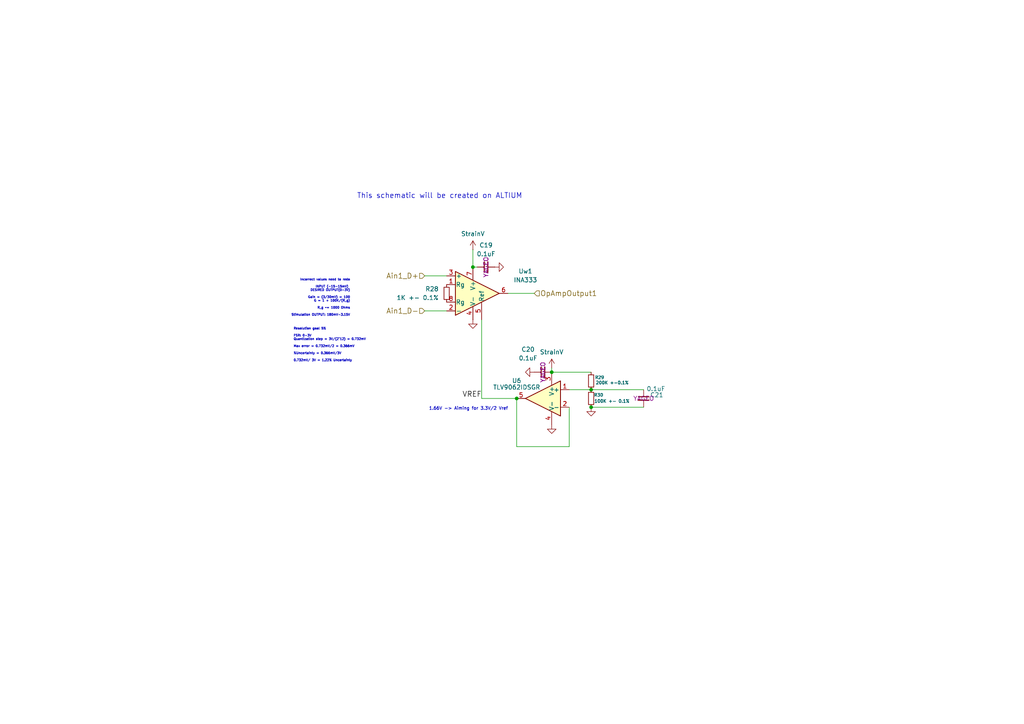
<source format=kicad_sch>
(kicad_sch
	(version 20250114)
	(generator "eeschema")
	(generator_version "9.0")
	(uuid "3618ac50-3dd9-4787-8423-f4bcf6659e95")
	(paper "A4")
	(lib_symbols
		(symbol "Device:C_Small"
			(pin_numbers
				(hide yes)
			)
			(pin_names
				(offset 0.254)
				(hide yes)
			)
			(exclude_from_sim no)
			(in_bom yes)
			(on_board yes)
			(property "Reference" "C"
				(at 0.254 1.778 0)
				(effects
					(font
						(size 1.27 1.27)
					)
					(justify left)
				)
			)
			(property "Value" "C_Small"
				(at 0.254 -2.032 0)
				(effects
					(font
						(size 1.27 1.27)
					)
					(justify left)
				)
			)
			(property "Footprint" ""
				(at 0 0 0)
				(effects
					(font
						(size 1.27 1.27)
					)
					(hide yes)
				)
			)
			(property "Datasheet" "~"
				(at 0 0 0)
				(effects
					(font
						(size 1.27 1.27)
					)
					(hide yes)
				)
			)
			(property "Description" "Unpolarized capacitor, small symbol"
				(at 0 0 0)
				(effects
					(font
						(size 1.27 1.27)
					)
					(hide yes)
				)
			)
			(property "ki_keywords" "capacitor cap"
				(at 0 0 0)
				(effects
					(font
						(size 1.27 1.27)
					)
					(hide yes)
				)
			)
			(property "ki_fp_filters" "C_*"
				(at 0 0 0)
				(effects
					(font
						(size 1.27 1.27)
					)
					(hide yes)
				)
			)
			(symbol "C_Small_0_1"
				(polyline
					(pts
						(xy -1.524 0.508) (xy 1.524 0.508)
					)
					(stroke
						(width 0.3048)
						(type default)
					)
					(fill
						(type none)
					)
				)
				(polyline
					(pts
						(xy -1.524 -0.508) (xy 1.524 -0.508)
					)
					(stroke
						(width 0.3302)
						(type default)
					)
					(fill
						(type none)
					)
				)
			)
			(symbol "C_Small_1_1"
				(pin passive line
					(at 0 2.54 270)
					(length 2.032)
					(name "~"
						(effects
							(font
								(size 1.27 1.27)
							)
						)
					)
					(number "1"
						(effects
							(font
								(size 1.27 1.27)
							)
						)
					)
				)
				(pin passive line
					(at 0 -2.54 90)
					(length 2.032)
					(name "~"
						(effects
							(font
								(size 1.27 1.27)
							)
						)
					)
					(number "2"
						(effects
							(font
								(size 1.27 1.27)
							)
						)
					)
				)
			)
			(embedded_fonts no)
		)
		(symbol "Device:R_Small"
			(pin_numbers
				(hide yes)
			)
			(pin_names
				(offset 0.254)
				(hide yes)
			)
			(exclude_from_sim no)
			(in_bom yes)
			(on_board yes)
			(property "Reference" "R"
				(at 0.762 0.508 0)
				(effects
					(font
						(size 1.27 1.27)
					)
					(justify left)
				)
			)
			(property "Value" "R_Small"
				(at 0.762 -1.016 0)
				(effects
					(font
						(size 1.27 1.27)
					)
					(justify left)
				)
			)
			(property "Footprint" ""
				(at 0 0 0)
				(effects
					(font
						(size 1.27 1.27)
					)
					(hide yes)
				)
			)
			(property "Datasheet" "~"
				(at 0 0 0)
				(effects
					(font
						(size 1.27 1.27)
					)
					(hide yes)
				)
			)
			(property "Description" "Resistor, small symbol"
				(at 0 0 0)
				(effects
					(font
						(size 1.27 1.27)
					)
					(hide yes)
				)
			)
			(property "ki_keywords" "R resistor"
				(at 0 0 0)
				(effects
					(font
						(size 1.27 1.27)
					)
					(hide yes)
				)
			)
			(property "ki_fp_filters" "R_*"
				(at 0 0 0)
				(effects
					(font
						(size 1.27 1.27)
					)
					(hide yes)
				)
			)
			(symbol "R_Small_0_1"
				(rectangle
					(start -0.762 1.778)
					(end 0.762 -1.778)
					(stroke
						(width 0.2032)
						(type default)
					)
					(fill
						(type none)
					)
				)
			)
			(symbol "R_Small_1_1"
				(pin passive line
					(at 0 2.54 270)
					(length 0.762)
					(name "~"
						(effects
							(font
								(size 1.27 1.27)
							)
						)
					)
					(number "1"
						(effects
							(font
								(size 1.27 1.27)
							)
						)
					)
				)
				(pin passive line
					(at 0 -2.54 90)
					(length 0.762)
					(name "~"
						(effects
							(font
								(size 1.27 1.27)
							)
						)
					)
					(number "2"
						(effects
							(font
								(size 1.27 1.27)
							)
						)
					)
				)
			)
			(embedded_fonts no)
		)
		(symbol "INA317:INA333xxDGK"
			(pin_names
				(offset 0.127)
			)
			(exclude_from_sim no)
			(in_bom yes)
			(on_board yes)
			(property "Reference" "U"
				(at 3.81 3.175 0)
				(effects
					(font
						(size 1.27 1.27)
					)
					(justify left)
				)
			)
			(property "Value" "INA317xxDGK"
				(at 3.81 -3.175 0)
				(effects
					(font
						(size 1.27 1.27)
					)
					(justify left)
				)
			)
			(property "Footprint" "Package_SO:VSSOP-8_3x3mm_P0.65mm"
				(at 0 -7.62 0)
				(effects
					(font
						(size 1.27 1.27)
					)
					(hide yes)
				)
			)
			(property "Datasheet" "https://www.ti.com/lit/ds/symlink/ina333.pdf"
				(at 2.54 0 0)
				(effects
					(font
						(size 1.27 1.27)
					)
					(hide yes)
				)
			)
			(property "Description" "Zero Drift, Micropower Instrumentation Amplifier G = 1 + 100kOhm/Rg, VSSOP-8"
				(at 0 0 0)
				(effects
					(font
						(size 1.27 1.27)
					)
					(hide yes)
				)
			)
			(property "ki_keywords" "instrumentation opamp amplifier"
				(at 0 0 0)
				(effects
					(font
						(size 1.27 1.27)
					)
					(hide yes)
				)
			)
			(property "ki_fp_filters" "VSSOP*3x3mm*P0.65mm*"
				(at 0 0 0)
				(effects
					(font
						(size 1.27 1.27)
					)
					(hide yes)
				)
			)
			(symbol "INA333xxDGK_0_1"
				(polyline
					(pts
						(xy 7.62 0) (xy -5.08 6.35) (xy -5.08 -6.35) (xy 7.62 0)
					)
					(stroke
						(width 0.254)
						(type default)
					)
					(fill
						(type background)
					)
				)
			)
			(symbol "INA333xxDGK_1_1"
				(pin input line
					(at -7.62 5.08 0)
					(length 2.54)
					(name "+"
						(effects
							(font
								(size 1.27 1.27)
							)
						)
					)
					(number "3"
						(effects
							(font
								(size 1.27 1.27)
							)
						)
					)
				)
				(pin passive line
					(at -7.62 2.54 0)
					(length 2.54)
					(name "Rg"
						(effects
							(font
								(size 1.27 1.27)
							)
						)
					)
					(number "1"
						(effects
							(font
								(size 1.27 1.27)
							)
						)
					)
				)
				(pin passive line
					(at -7.62 -2.54 0)
					(length 2.54)
					(name "Rg"
						(effects
							(font
								(size 1.27 1.27)
							)
						)
					)
					(number "8"
						(effects
							(font
								(size 1.27 1.27)
							)
						)
					)
				)
				(pin input line
					(at -7.62 -5.08 0)
					(length 2.54)
					(name "-"
						(effects
							(font
								(size 1.27 1.27)
							)
						)
					)
					(number "2"
						(effects
							(font
								(size 1.27 1.27)
							)
						)
					)
				)
				(pin power_in line
					(at 0 7.62 270)
					(length 3.81)
					(name "V+"
						(effects
							(font
								(size 1.27 1.27)
							)
						)
					)
					(number "7"
						(effects
							(font
								(size 1.27 1.27)
							)
						)
					)
				)
				(pin power_in line
					(at 0 -7.62 90)
					(length 3.81)
					(name "V-"
						(effects
							(font
								(size 1.27 1.27)
							)
						)
					)
					(number "4"
						(effects
							(font
								(size 1.27 1.27)
							)
						)
					)
				)
				(pin input line
					(at 2.54 -7.62 90)
					(length 5.08)
					(name "Ref"
						(effects
							(font
								(size 1.27 1.27)
							)
						)
					)
					(number "5"
						(effects
							(font
								(size 1.27 1.27)
							)
						)
					)
				)
				(pin output line
					(at 10.16 0 180)
					(length 2.54)
					(name "~"
						(effects
							(font
								(size 1.27 1.27)
							)
						)
					)
					(number "6"
						(effects
							(font
								(size 1.27 1.27)
							)
						)
					)
				)
			)
			(embedded_fonts no)
		)
		(symbol "Simulation_SPICE:OPAMP"
			(pin_names
				(offset 0.254)
			)
			(exclude_from_sim no)
			(in_bom yes)
			(on_board yes)
			(property "Reference" "U"
				(at 3.81 3.175 0)
				(effects
					(font
						(size 1.27 1.27)
					)
					(justify left)
				)
			)
			(property "Value" "${SIM.PARAMS}"
				(at 3.81 -3.175 0)
				(effects
					(font
						(size 1.27 1.27)
					)
					(justify left)
				)
			)
			(property "Footprint" ""
				(at 0 0 0)
				(effects
					(font
						(size 1.27 1.27)
					)
					(hide yes)
				)
			)
			(property "Datasheet" "https://ngspice.sourceforge.io/docs/ngspice-html-manual/manual.xhtml#sec__SUBCKT_Subcircuits"
				(at 0 0 0)
				(effects
					(font
						(size 1.27 1.27)
					)
					(hide yes)
				)
			)
			(property "Description" "Operational amplifier, single"
				(at 0 0 0)
				(effects
					(font
						(size 1.27 1.27)
					)
					(hide yes)
				)
			)
			(property "Sim.Pins" "1=in+ 2=in- 3=vcc 4=vee 5=out"
				(at 0 0 0)
				(effects
					(font
						(size 1.27 1.27)
					)
					(hide yes)
				)
			)
			(property "Sim.Device" "SUBCKT"
				(at 0 0 0)
				(effects
					(font
						(size 1.27 1.27)
					)
					(justify left)
					(hide yes)
				)
			)
			(property "Sim.Library" "${KICAD8_SYMBOL_DIR}/Simulation_SPICE.sp"
				(at 0 0 0)
				(effects
					(font
						(size 1.27 1.27)
					)
					(hide yes)
				)
			)
			(property "Sim.Name" "kicad_builtin_opamp"
				(at 0 0 0)
				(effects
					(font
						(size 1.27 1.27)
					)
					(hide yes)
				)
			)
			(property "ki_keywords" "simulation"
				(at 0 0 0)
				(effects
					(font
						(size 1.27 1.27)
					)
					(hide yes)
				)
			)
			(symbol "OPAMP_0_1"
				(polyline
					(pts
						(xy 5.08 0) (xy -5.08 5.08) (xy -5.08 -5.08) (xy 5.08 0)
					)
					(stroke
						(width 0.254)
						(type default)
					)
					(fill
						(type background)
					)
				)
			)
			(symbol "OPAMP_1_1"
				(pin input line
					(at -7.62 2.54 0)
					(length 2.54)
					(name "+"
						(effects
							(font
								(size 1.27 1.27)
							)
						)
					)
					(number "1"
						(effects
							(font
								(size 1.27 1.27)
							)
						)
					)
				)
				(pin input line
					(at -7.62 -2.54 0)
					(length 2.54)
					(name "-"
						(effects
							(font
								(size 1.27 1.27)
							)
						)
					)
					(number "2"
						(effects
							(font
								(size 1.27 1.27)
							)
						)
					)
				)
				(pin power_in line
					(at -2.54 7.62 270)
					(length 3.81)
					(name "V+"
						(effects
							(font
								(size 1.27 1.27)
							)
						)
					)
					(number "3"
						(effects
							(font
								(size 1.27 1.27)
							)
						)
					)
				)
				(pin power_in line
					(at -2.54 -7.62 90)
					(length 3.81)
					(name "V-"
						(effects
							(font
								(size 1.27 1.27)
							)
						)
					)
					(number "4"
						(effects
							(font
								(size 1.27 1.27)
							)
						)
					)
				)
				(pin output line
					(at 7.62 0 180)
					(length 2.54)
					(name "~"
						(effects
							(font
								(size 1.27 1.27)
							)
						)
					)
					(number "5"
						(effects
							(font
								(size 1.27 1.27)
							)
						)
					)
				)
			)
			(embedded_fonts no)
		)
		(symbol "power:+12L"
			(power)
			(pin_numbers
				(hide yes)
			)
			(pin_names
				(offset 0)
				(hide yes)
			)
			(exclude_from_sim no)
			(in_bom yes)
			(on_board yes)
			(property "Reference" "#PWR02"
				(at 0 -3.81 0)
				(effects
					(font
						(size 1.27 1.27)
					)
					(hide yes)
				)
			)
			(property "Value" "StrainV"
				(at 0 5.08 0)
				(effects
					(font
						(size 1.27 1.27)
					)
				)
			)
			(property "Footprint" ""
				(at 0 0 0)
				(effects
					(font
						(size 1.27 1.27)
					)
					(hide yes)
				)
			)
			(property "Datasheet" ""
				(at 0 0 0)
				(effects
					(font
						(size 1.27 1.27)
					)
					(hide yes)
				)
			)
			(property "Description" "Power symbol creates a global label with name \"+12L\""
				(at 0 0 0)
				(effects
					(font
						(size 1.27 1.27)
					)
					(hide yes)
				)
			)
			(property "ki_keywords" "global power"
				(at 0 0 0)
				(effects
					(font
						(size 1.27 1.27)
					)
					(hide yes)
				)
			)
			(symbol "+12L_0_1"
				(polyline
					(pts
						(xy -0.762 1.27) (xy 0 2.54)
					)
					(stroke
						(width 0)
						(type default)
					)
					(fill
						(type none)
					)
				)
				(polyline
					(pts
						(xy 0 2.54) (xy 0.762 1.27)
					)
					(stroke
						(width 0)
						(type default)
					)
					(fill
						(type none)
					)
				)
				(polyline
					(pts
						(xy 0 0) (xy 0 2.54)
					)
					(stroke
						(width 0)
						(type default)
					)
					(fill
						(type none)
					)
				)
			)
			(symbol "+12L_1_1"
				(pin power_out line
					(at 0 0 90)
					(length 0)
					(name "~"
						(effects
							(font
								(size 1.27 1.27)
							)
						)
					)
					(number "1"
						(effects
							(font
								(size 1.27 1.27)
							)
						)
					)
				)
			)
			(embedded_fonts no)
		)
		(symbol "power:GND"
			(power)
			(pin_numbers
				(hide yes)
			)
			(pin_names
				(offset 0)
				(hide yes)
			)
			(exclude_from_sim no)
			(in_bom yes)
			(on_board yes)
			(property "Reference" "#PWR"
				(at 0 -6.35 0)
				(effects
					(font
						(size 1.27 1.27)
					)
					(hide yes)
				)
			)
			(property "Value" "GND"
				(at 0 -3.81 0)
				(effects
					(font
						(size 1.27 1.27)
					)
				)
			)
			(property "Footprint" ""
				(at 0 0 0)
				(effects
					(font
						(size 1.27 1.27)
					)
					(hide yes)
				)
			)
			(property "Datasheet" ""
				(at 0 0 0)
				(effects
					(font
						(size 1.27 1.27)
					)
					(hide yes)
				)
			)
			(property "Description" "Power symbol creates a global label with name \"GND\" , ground"
				(at 0 0 0)
				(effects
					(font
						(size 1.27 1.27)
					)
					(hide yes)
				)
			)
			(property "ki_keywords" "global power"
				(at 0 0 0)
				(effects
					(font
						(size 1.27 1.27)
					)
					(hide yes)
				)
			)
			(symbol "GND_0_1"
				(polyline
					(pts
						(xy 0 0) (xy 0 -1.27) (xy 1.27 -1.27) (xy 0 -2.54) (xy -1.27 -1.27) (xy 0 -1.27)
					)
					(stroke
						(width 0)
						(type default)
					)
					(fill
						(type none)
					)
				)
			)
			(symbol "GND_1_1"
				(pin power_in line
					(at 0 0 270)
					(length 0)
					(name "~"
						(effects
							(font
								(size 1.27 1.27)
							)
						)
					)
					(number "1"
						(effects
							(font
								(size 1.27 1.27)
							)
						)
					)
				)
			)
			(embedded_fonts no)
		)
	)
	(text "Resolution goal 5%\n\nFSR: 0-3V\nQuantization step = 3V/(2^12) = 0.732mV\n\nMax error = 0.732mV/2 = 0.366mV\n\n%Uncertainty = 0.366mV/3V\n\n0.732mV/ 3V = 1.22% Uncertainty\n\n\n\n"
		(exclude_from_sim no)
		(at 85.09 101.6 0)
		(effects
			(font
				(size 0.635 0.635)
			)
			(justify left)
		)
		(uuid "11360541-8b6a-4769-92fe-12b4ba241c73")
	)
	(text "This schematic will be created on ALTIUM"
		(exclude_from_sim no)
		(at 127.508 56.896 0)
		(effects
			(font
				(size 1.4986 1.4986)
			)
		)
		(uuid "15311a66-f708-4799-b8cd-d4db70314280")
	)
	(text "1.66V -> Aiming for 3.3V/2 Vref"
		(exclude_from_sim no)
		(at 135.89 118.618 0)
		(effects
			(font
				(size 0.889 0.889)
			)
		)
		(uuid "407aa818-214a-48d3-8283-2d1cedcd400a")
	)
	(text "Incorrect values need to redo\n\nINPUT (-15-15mV) \nDESIRED OUTPUT(0-3V)\n\nGain = (3/30mV) = 100\nG = 1 + 100K/(R_g)\n\nR_g ~= 1000 Ohms\n\nStimulation OUTPUT: 180mV-3.15V"
		(exclude_from_sim no)
		(at 101.6 86.36 0)
		(effects
			(font
				(size 0.635 0.635)
			)
			(justify right)
		)
		(uuid "72caba9e-1295-4a46-a71d-080ddd19b88c")
	)
	(junction
		(at 137.16 77.47)
		(diameter 0)
		(color 0 0 0 0)
		(uuid "47da122b-1151-4c0b-8fed-bd2b576ba7cd")
	)
	(junction
		(at 160.02 107.95)
		(diameter 0)
		(color 0 0 0 0)
		(uuid "8fcddc80-cda8-47eb-bdad-726542fa8db0")
	)
	(junction
		(at 171.45 113.03)
		(diameter 0)
		(color 0 0 0 0)
		(uuid "b00d5a03-7d06-49eb-8d52-d60617d7f00a")
	)
	(junction
		(at 171.45 118.11)
		(diameter 0)
		(color 0 0 0 0)
		(uuid "b8d95db4-0f69-473c-a210-3b1291965795")
	)
	(junction
		(at 149.86 115.57)
		(diameter 0)
		(color 0 0 0 0)
		(uuid "bffdc2a0-804c-4ddd-a584-6e06e0907237")
	)
	(wire
		(pts
			(xy 147.32 85.09) (xy 154.94 85.09)
		)
		(stroke
			(width 0)
			(type default)
		)
		(uuid "35d3df87-e1f7-4f27-a1d7-bb050e69bbc0")
	)
	(wire
		(pts
			(xy 171.45 113.03) (xy 186.69 113.03)
		)
		(stroke
			(width 0)
			(type default)
		)
		(uuid "406396d3-f273-4ccb-9184-cef7c9243ad6")
	)
	(wire
		(pts
			(xy 165.1 129.54) (xy 149.86 129.54)
		)
		(stroke
			(width 0)
			(type default)
		)
		(uuid "41c21eab-b475-4841-9898-9b7f9fffc25d")
	)
	(wire
		(pts
			(xy 149.86 129.54) (xy 149.86 115.57)
		)
		(stroke
			(width 0)
			(type default)
		)
		(uuid "6b97430a-682d-4657-aa43-653a3248094c")
	)
	(wire
		(pts
			(xy 137.16 72.39) (xy 137.16 77.47)
		)
		(stroke
			(width 0)
			(type default)
		)
		(uuid "7b87adfe-c7ae-4eff-b5bb-c5744ae819ab")
	)
	(wire
		(pts
			(xy 160.02 106.68) (xy 160.02 107.95)
		)
		(stroke
			(width 0)
			(type default)
		)
		(uuid "8b47c3d1-1dfe-4b9a-abf1-708b338d0ce9")
	)
	(wire
		(pts
			(xy 165.1 118.11) (xy 165.1 129.54)
		)
		(stroke
			(width 0)
			(type default)
		)
		(uuid "8ba47576-b11a-455f-b102-db5ebd707ca8")
	)
	(wire
		(pts
			(xy 139.7 92.71) (xy 139.7 115.57)
		)
		(stroke
			(width 0)
			(type default)
		)
		(uuid "8f6a5b89-63c9-44c3-addb-f83ccf1e5cbd")
	)
	(wire
		(pts
			(xy 186.69 118.11) (xy 171.45 118.11)
		)
		(stroke
			(width 0)
			(type default)
		)
		(uuid "ab02398d-8bd4-4f82-9856-fa183384c659")
	)
	(wire
		(pts
			(xy 123.19 90.17) (xy 129.54 90.17)
		)
		(stroke
			(width 0)
			(type default)
		)
		(uuid "d47ba471-2028-42cc-bede-e73a94011314")
	)
	(wire
		(pts
			(xy 171.45 107.95) (xy 160.02 107.95)
		)
		(stroke
			(width 0)
			(type default)
		)
		(uuid "d7690009-19ac-4d4a-8d3f-a7b28ccddc52")
	)
	(wire
		(pts
			(xy 123.19 80.01) (xy 129.54 80.01)
		)
		(stroke
			(width 0)
			(type default)
		)
		(uuid "db9fd987-a5ef-4fc9-a049-c5cc57a92b5e")
	)
	(wire
		(pts
			(xy 138.43 77.47) (xy 137.16 77.47)
		)
		(stroke
			(width 0)
			(type default)
		)
		(uuid "dc300e99-606f-4379-869e-b7e62cc58b0d")
	)
	(wire
		(pts
			(xy 139.7 115.57) (xy 149.86 115.57)
		)
		(stroke
			(width 0)
			(type default)
		)
		(uuid "e7c9835e-4648-4633-8a94-da24a31f58c7")
	)
	(wire
		(pts
			(xy 171.45 113.03) (xy 165.1 113.03)
		)
		(stroke
			(width 0)
			(type default)
		)
		(uuid "f2955fe7-e4ac-4da3-a947-24d066bcb079")
	)
	(label "VREF"
		(at 139.7 115.57 180)
		(effects
			(font
				(size 1.4986 1.4986)
			)
			(justify right bottom)
		)
		(uuid "70df8545-16ed-46c0-88de-4c3ff44bb04b")
	)
	(hierarchical_label "Ain1_D-"
		(shape input)
		(at 123.19 90.17 180)
		(effects
			(font
				(size 1.4986 1.4986)
			)
			(justify right)
		)
		(uuid "74b8ec38-5ccd-46ba-8993-2b165968668c")
	)
	(hierarchical_label "Ain1_D+"
		(shape input)
		(at 123.19 80.01 180)
		(effects
			(font
				(size 1.4986 1.4986)
			)
			(justify right)
		)
		(uuid "946c7d99-8dab-4edf-bd79-548c7de6c7d2")
	)
	(hierarchical_label "OpAmpOutput1"
		(shape input)
		(at 154.94 85.09 0)
		(effects
			(font
				(size 1.4986 1.4986)
			)
			(justify left)
		)
		(uuid "bdea7114-4e1c-40a3-aaf9-c19df49761d5")
	)
	(symbol
		(lib_id "power:+12L")
		(at 137.16 72.39 0)
		(unit 1)
		(exclude_from_sim no)
		(in_bom yes)
		(on_board no)
		(dnp no)
		(uuid "025b37f0-cb89-4cb7-a003-3e12476cb392")
		(property "Reference" "#PWR068"
			(at 137.16 76.2 0)
			(effects
				(font
					(size 1.27 1.27)
				)
				(hide yes)
			)
		)
		(property "Value" "StrainV"
			(at 137.16 67.818 0)
			(effects
				(font
					(size 1.27 1.27)
				)
			)
		)
		(property "Footprint" ""
			(at 137.16 72.39 0)
			(effects
				(font
					(size 1.27 1.27)
				)
				(hide yes)
			)
		)
		(property "Datasheet" ""
			(at 137.16 72.39 0)
			(effects
				(font
					(size 1.27 1.27)
				)
				(hide yes)
			)
		)
		(property "Description" "Power symbol creates a global label with name \"+12L\""
			(at 137.16 72.39 0)
			(effects
				(font
					(size 1.27 1.27)
				)
				(hide yes)
			)
		)
		(pin "1"
			(uuid "ce11c749-8e09-4b4e-a643-d9cf964fd8d5")
		)
		(instances
			(project "Revision01"
				(path "/955cc99e-a129-42cf-abc7-aa99813fdb5f/00000000-0000-0000-0000-00005eb1de63/14eb51a3-67a8-4f4f-b7c1-d030be0d073f"
					(reference "#PWR068")
					(unit 1)
				)
			)
		)
	)
	(symbol
		(lib_id "Device:R_Small")
		(at 171.45 115.57 0)
		(mirror y)
		(unit 1)
		(exclude_from_sim no)
		(in_bom yes)
		(on_board no)
		(dnp no)
		(uuid "5d80c206-6ccc-4383-8034-d28474724e60")
		(property "Reference" "R30"
			(at 175.006 114.554 0)
			(effects
				(font
					(size 0.889 0.889)
				)
				(justify left)
			)
		)
		(property "Value" "100K +- 0.1%"
			(at 182.626 116.332 0)
			(effects
				(font
					(size 0.889 0.889)
				)
				(justify left)
			)
		)
		(property "Footprint" "Resistor_SMD:R_0603_1608Metric_Pad0.98x0.95mm_HandSolder"
			(at 171.45 115.57 0)
			(effects
				(font
					(size 1.27 1.27)
				)
				(hide yes)
			)
		)
		(property "Datasheet" "~"
			(at 171.45 115.57 0)
			(effects
				(font
					(size 1.27 1.27)
				)
				(hide yes)
			)
		)
		(property "Description" "Resistor, small symbol"
			(at 171.45 115.57 0)
			(effects
				(font
					(size 1.27 1.27)
				)
				(hide yes)
			)
		)
		(property "Distributor link" "https://www.mouser.ca/ProductDetail/Susumu/RG1608P-104-B-T5?qs=juJhw1yPxAGWJpMRs%252BTSdw%3D%3D"
			(at 171.45 115.57 0)
			(effects
				(font
					(size 1.27 1.27)
				)
				(hide yes)
			)
		)
		(property "Manufacturer Part Number" "RG1608P-104-B-T5"
			(at 171.45 115.57 0)
			(effects
				(font
					(size 1.27 1.27)
				)
				(hide yes)
			)
		)
		(property "Price per unit" "0.119"
			(at 171.45 115.57 0)
			(effects
				(font
					(size 1.27 1.27)
				)
				(hide yes)
			)
		)
		(pin "2"
			(uuid "e62aa832-8a8e-4e15-b04f-d7c20f77bc8e")
		)
		(pin "1"
			(uuid "2b6cb2b7-0648-4c34-8068-a2520b4bd755")
		)
		(instances
			(project "Revision01"
				(path "/955cc99e-a129-42cf-abc7-aa99813fdb5f/00000000-0000-0000-0000-00005eb1de63/14eb51a3-67a8-4f4f-b7c1-d030be0d073f"
					(reference "R30")
					(unit 1)
				)
			)
		)
	)
	(symbol
		(lib_id "power:+12L")
		(at 160.02 106.68 0)
		(mirror y)
		(unit 1)
		(exclude_from_sim no)
		(in_bom yes)
		(on_board no)
		(dnp no)
		(uuid "6476de2d-2b71-4b6f-98ec-333fe3e57b18")
		(property "Reference" "#PWR072"
			(at 160.02 110.49 0)
			(effects
				(font
					(size 1.27 1.27)
				)
				(hide yes)
			)
		)
		(property "Value" "StrainV"
			(at 160.02 102.108 0)
			(effects
				(font
					(size 1.27 1.27)
				)
			)
		)
		(property "Footprint" ""
			(at 160.02 106.68 0)
			(effects
				(font
					(size 1.27 1.27)
				)
				(hide yes)
			)
		)
		(property "Datasheet" ""
			(at 160.02 106.68 0)
			(effects
				(font
					(size 1.27 1.27)
				)
				(hide yes)
			)
		)
		(property "Description" "Power symbol creates a global label with name \"+12L\""
			(at 160.02 106.68 0)
			(effects
				(font
					(size 1.27 1.27)
				)
				(hide yes)
			)
		)
		(pin "1"
			(uuid "689e61dc-2d6d-40a7-9760-068eb7224923")
		)
		(instances
			(project "Revision01"
				(path "/955cc99e-a129-42cf-abc7-aa99813fdb5f/00000000-0000-0000-0000-00005eb1de63/14eb51a3-67a8-4f4f-b7c1-d030be0d073f"
					(reference "#PWR072")
					(unit 1)
				)
			)
		)
	)
	(symbol
		(lib_id "Device:C_Small")
		(at 186.69 115.57 0)
		(unit 1)
		(exclude_from_sim no)
		(in_bom yes)
		(on_board no)
		(dnp no)
		(uuid "6969c0b8-0fcf-4241-83b4-a6f870657469")
		(property "Reference" "C21"
			(at 190.5 114.554 0)
			(effects
				(font
					(size 1.27 1.27)
				)
			)
		)
		(property "Value" "0.1uF"
			(at 190.246 112.776 0)
			(effects
				(font
					(size 1.27 1.27)
				)
			)
		)
		(property "Footprint" "Capacitor_SMD:C_0805_2012Metric_Pad1.18x1.45mm_HandSolder"
			(at 186.69 115.57 0)
			(effects
				(font
					(size 1.27 1.27)
				)
				(hide yes)
			)
		)
		(property "Datasheet" "~"
			(at 186.69 115.57 0)
			(effects
				(font
					(size 1.27 1.27)
				)
				(hide yes)
			)
		)
		(property "Description" "Unpolarized capacitor, small symbol"
			(at 186.69 115.57 0)
			(effects
				(font
					(size 1.27 1.27)
				)
				(hide yes)
			)
		)
		(property "Distributor link" "https://www.digikey.ca/en/products/detail/yageo/CC0805JRNPO9BN250/5884044"
			(at 186.69 115.57 0)
			(effects
				(font
					(size 1.27 1.27)
				)
				(hide yes)
			)
		)
		(property "Manufacturer Part Number" "CC0805JRNPO9BN250"
			(at 186.69 115.57 0)
			(effects
				(font
					(size 1.27 1.27)
				)
				(hide yes)
			)
		)
		(property "Price per unit" "0.099"
			(at 186.69 115.57 0)
			(effects
				(font
					(size 1.27 1.27)
				)
				(hide yes)
			)
		)
		(property "Manufacturer" "YAGEO"
			(at 186.69 115.57 0)
			(effects
				(font
					(size 1.27 1.27)
				)
			)
		)
		(pin "2"
			(uuid "93c1c0f4-da6e-4d76-8be1-018a78c8e9c6")
		)
		(pin "1"
			(uuid "4476e23b-29f3-4628-9763-d512eb2a3ae5")
		)
		(instances
			(project "Revision01"
				(path "/955cc99e-a129-42cf-abc7-aa99813fdb5f/00000000-0000-0000-0000-00005eb1de63/14eb51a3-67a8-4f4f-b7c1-d030be0d073f"
					(reference "C21")
					(unit 1)
				)
			)
		)
	)
	(symbol
		(lib_id "power:GND")
		(at 137.16 92.71 0)
		(unit 1)
		(exclude_from_sim no)
		(in_bom yes)
		(on_board no)
		(dnp no)
		(fields_autoplaced yes)
		(uuid "8474d94b-76ba-47b7-b456-ef48face1763")
		(property "Reference" "#PWR069"
			(at 137.16 99.06 0)
			(effects
				(font
					(size 1.27 1.27)
				)
				(hide yes)
			)
		)
		(property "Value" "GND"
			(at 137.16 97.79 0)
			(effects
				(font
					(size 1.27 1.27)
				)
				(hide yes)
			)
		)
		(property "Footprint" ""
			(at 137.16 92.71 0)
			(effects
				(font
					(size 1.27 1.27)
				)
				(hide yes)
			)
		)
		(property "Datasheet" ""
			(at 137.16 92.71 0)
			(effects
				(font
					(size 1.27 1.27)
				)
				(hide yes)
			)
		)
		(property "Description" "Power symbol creates a global label with name \"GND\" , ground"
			(at 137.16 92.71 0)
			(effects
				(font
					(size 1.27 1.27)
				)
				(hide yes)
			)
		)
		(pin "1"
			(uuid "26355c75-6afa-456f-a705-35524cce6078")
		)
		(instances
			(project "Revision01"
				(path "/955cc99e-a129-42cf-abc7-aa99813fdb5f/00000000-0000-0000-0000-00005eb1de63/14eb51a3-67a8-4f4f-b7c1-d030be0d073f"
					(reference "#PWR069")
					(unit 1)
				)
			)
		)
	)
	(symbol
		(lib_id "Device:C_Small")
		(at 140.97 77.47 90)
		(unit 1)
		(exclude_from_sim no)
		(in_bom yes)
		(on_board no)
		(dnp no)
		(fields_autoplaced yes)
		(uuid "8a25eda6-9ae7-4a0d-b0f9-7210124e423a")
		(property "Reference" "C19"
			(at 140.9763 71.12 90)
			(effects
				(font
					(size 1.27 1.27)
				)
			)
		)
		(property "Value" "0.1uF"
			(at 140.9763 73.66 90)
			(effects
				(font
					(size 1.27 1.27)
				)
			)
		)
		(property "Footprint" "Capacitor_SMD:C_0805_2012Metric_Pad1.18x1.45mm_HandSolder"
			(at 140.97 77.47 0)
			(effects
				(font
					(size 1.27 1.27)
				)
				(hide yes)
			)
		)
		(property "Datasheet" "~"
			(at 140.97 77.47 0)
			(effects
				(font
					(size 1.27 1.27)
				)
				(hide yes)
			)
		)
		(property "Description" "Unpolarized capacitor, small symbol"
			(at 140.97 77.47 0)
			(effects
				(font
					(size 1.27 1.27)
				)
				(hide yes)
			)
		)
		(property "Distributor link" "https://www.digikey.ca/en/products/detail/yageo/CC0805JRNPO9BN250/5884044"
			(at 140.97 77.47 0)
			(effects
				(font
					(size 1.27 1.27)
				)
				(hide yes)
			)
		)
		(property "Manufacturer Part Number" "CC0805JRNPO9BN250"
			(at 140.97 77.47 0)
			(effects
				(font
					(size 1.27 1.27)
				)
				(hide yes)
			)
		)
		(property "Price per unit" "0.099"
			(at 140.97 77.47 0)
			(effects
				(font
					(size 1.27 1.27)
				)
				(hide yes)
			)
		)
		(property "Manufacturer" "YAGEO"
			(at 140.97 77.47 0)
			(effects
				(font
					(size 1.27 1.27)
				)
			)
		)
		(pin "2"
			(uuid "a39519d0-b9c1-442b-88f2-ba4b35cea011")
		)
		(pin "1"
			(uuid "7f8a82d7-f480-493c-a58c-d6470b3bf947")
		)
		(instances
			(project "Revision01"
				(path "/955cc99e-a129-42cf-abc7-aa99813fdb5f/00000000-0000-0000-0000-00005eb1de63/14eb51a3-67a8-4f4f-b7c1-d030be0d073f"
					(reference "C19")
					(unit 1)
				)
			)
		)
	)
	(symbol
		(lib_id "Device:C_Small")
		(at 157.48 107.95 90)
		(unit 1)
		(exclude_from_sim no)
		(in_bom yes)
		(on_board no)
		(dnp no)
		(uuid "9079ed9e-43e5-4cdd-a2c8-bed26b3ba419")
		(property "Reference" "C20"
			(at 153.162 101.346 90)
			(effects
				(font
					(size 1.27 1.27)
				)
			)
		)
		(property "Value" "0.1uF"
			(at 153.162 103.886 90)
			(effects
				(font
					(size 1.27 1.27)
				)
			)
		)
		(property "Footprint" "Capacitor_SMD:C_0805_2012Metric_Pad1.18x1.45mm_HandSolder"
			(at 157.48 107.95 0)
			(effects
				(font
					(size 1.27 1.27)
				)
				(hide yes)
			)
		)
		(property "Datasheet" "~"
			(at 157.48 107.95 0)
			(effects
				(font
					(size 1.27 1.27)
				)
				(hide yes)
			)
		)
		(property "Description" "Unpolarized capacitor, small symbol"
			(at 157.48 107.95 0)
			(effects
				(font
					(size 1.27 1.27)
				)
				(hide yes)
			)
		)
		(property "Distributor link" "https://www.digikey.ca/en/products/detail/yageo/CC0805JRNPO9BN250/5884044"
			(at 157.48 107.95 0)
			(effects
				(font
					(size 1.27 1.27)
				)
				(hide yes)
			)
		)
		(property "Manufacturer Part Number" "CC0805JRNPO9BN250"
			(at 157.48 107.95 0)
			(effects
				(font
					(size 1.27 1.27)
				)
				(hide yes)
			)
		)
		(property "Price per unit" "0.099"
			(at 157.48 107.95 0)
			(effects
				(font
					(size 1.27 1.27)
				)
				(hide yes)
			)
		)
		(property "Manufacturer" "YAGEO"
			(at 157.48 107.95 0)
			(effects
				(font
					(size 1.27 1.27)
				)
			)
		)
		(pin "2"
			(uuid "c780b351-0413-4ff0-9828-12fd786d94a5")
		)
		(pin "1"
			(uuid "472c6e7e-08bb-42b2-a6e8-28b711ba94fc")
		)
		(instances
			(project "Revision01"
				(path "/955cc99e-a129-42cf-abc7-aa99813fdb5f/00000000-0000-0000-0000-00005eb1de63/14eb51a3-67a8-4f4f-b7c1-d030be0d073f"
					(reference "C20")
					(unit 1)
				)
			)
		)
	)
	(symbol
		(lib_id "Device:R_Small")
		(at 129.54 85.09 0)
		(unit 1)
		(exclude_from_sim no)
		(in_bom yes)
		(on_board no)
		(dnp no)
		(uuid "95d05376-5b65-4543-b533-7ec50c5bfd57")
		(property "Reference" "R28"
			(at 127.254 83.82 0)
			(effects
				(font
					(size 1.27 1.27)
				)
				(justify right)
			)
		)
		(property "Value" "1K +- 0.1%"
			(at 127.254 86.36 0)
			(effects
				(font
					(size 1.27 1.27)
				)
				(justify right)
			)
		)
		(property "Footprint" ""
			(at 129.54 85.09 0)
			(effects
				(font
					(size 1.27 1.27)
				)
				(hide yes)
			)
		)
		(property "Datasheet" "~"
			(at 129.54 85.09 0)
			(effects
				(font
					(size 1.27 1.27)
				)
				(hide yes)
			)
		)
		(property "Description" "Resistor, small symbol"
			(at 129.54 85.09 0)
			(effects
				(font
					(size 1.27 1.27)
				)
				(hide yes)
			)
		)
		(property "Distributor link" ""
			(at 129.54 85.09 0)
			(effects
				(font
					(size 1.27 1.27)
				)
				(hide yes)
			)
		)
		(property "Manufacturer" ""
			(at 129.54 85.09 0)
			(effects
				(font
					(size 1.27 1.27)
				)
				(hide yes)
			)
		)
		(property "Manufacturer Part Number" ""
			(at 129.54 85.09 0)
			(effects
				(font
					(size 1.27 1.27)
				)
				(hide yes)
			)
		)
		(property "Price per unit" ""
			(at 129.54 85.09 0)
			(effects
				(font
					(size 1.27 1.27)
				)
				(hide yes)
			)
		)
		(pin "2"
			(uuid "c0062f8e-618e-482e-bb0c-ba1fc088e9a8")
		)
		(pin "1"
			(uuid "dbddba6f-fd41-4c24-88e5-b41bbfc2f674")
		)
		(instances
			(project "Revision01"
				(path "/955cc99e-a129-42cf-abc7-aa99813fdb5f/00000000-0000-0000-0000-00005eb1de63/14eb51a3-67a8-4f4f-b7c1-d030be0d073f"
					(reference "R28")
					(unit 1)
				)
			)
		)
	)
	(symbol
		(lib_id "Simulation_SPICE:OPAMP")
		(at 157.48 115.57 0)
		(mirror y)
		(unit 1)
		(exclude_from_sim no)
		(in_bom yes)
		(on_board no)
		(dnp no)
		(uuid "9b9b477d-57e7-4c8c-8e13-c579b723f46d")
		(property "Reference" "U6"
			(at 149.86 110.4198 0)
			(effects
				(font
					(size 1.27 1.27)
				)
			)
		)
		(property "Value" "TLV9062IDSGR"
			(at 149.86 112.3249 0)
			(effects
				(font
					(size 1.27 1.27)
				)
			)
		)
		(property "Footprint" ""
			(at 157.48 115.57 0)
			(effects
				(font
					(size 1.27 1.27)
				)
				(hide yes)
			)
		)
		(property "Datasheet" "https://ngspice.sourceforge.io/docs/ngspice-html-manual/manual.xhtml#sec__SUBCKT_Subcircuits"
			(at 157.48 115.57 0)
			(effects
				(font
					(size 1.27 1.27)
				)
				(hide yes)
			)
		)
		(property "Description" "Operational amplifier, single"
			(at 157.48 115.57 0)
			(effects
				(font
					(size 1.27 1.27)
				)
				(hide yes)
			)
		)
		(property "Sim.Pins" "1=in+ 2=in- 3=vcc 4=vee 5=out"
			(at 157.48 115.57 0)
			(effects
				(font
					(size 1.27 1.27)
				)
				(hide yes)
			)
		)
		(property "Sim.Device" "SUBCKT"
			(at 157.48 115.57 0)
			(effects
				(font
					(size 1.27 1.27)
				)
				(justify left)
				(hide yes)
			)
		)
		(property "Sim.Library" "${KICAD8_SYMBOL_DIR}/Simulation_SPICE.sp"
			(at 157.48 115.57 0)
			(effects
				(font
					(size 1.27 1.27)
				)
				(hide yes)
			)
		)
		(property "Sim.Name" "kicad_builtin_opamp"
			(at 157.48 115.57 0)
			(effects
				(font
					(size 1.27 1.27)
				)
				(hide yes)
			)
		)
		(property "Distributor link" "https://www.mouser.ca/ProductDetail/Texas-Instruments/TLV9062IDSGR?qs=5aG0NVq1C4xlH6vCPIp7gg%3D%3D"
			(at 157.48 115.57 0)
			(effects
				(font
					(size 1.27 1.27)
				)
				(hide yes)
			)
		)
		(property "Manufacturer Part Number" "TLV9062IDSGR"
			(at 157.48 115.57 0)
			(effects
				(font
					(size 1.27 1.27)
				)
				(hide yes)
			)
		)
		(property "Price per unit" "0.915"
			(at 157.48 115.57 0)
			(effects
				(font
					(size 1.27 1.27)
				)
				(hide yes)
			)
		)
		(pin "5"
			(uuid "cfd9cc34-2827-4358-a567-7e37c8d027a1")
		)
		(pin "2"
			(uuid "b826db59-de9a-45cd-8465-561f838792c5")
		)
		(pin "3"
			(uuid "dba3663a-0809-4e53-82b3-2851bd1c48eb")
		)
		(pin "1"
			(uuid "d32da57d-43a8-4249-9fa6-bd6978b2ea55")
		)
		(pin "4"
			(uuid "06bcf3e0-2ef3-428e-95f1-6e744563bb56")
		)
		(instances
			(project "Revision01"
				(path "/955cc99e-a129-42cf-abc7-aa99813fdb5f/00000000-0000-0000-0000-00005eb1de63/14eb51a3-67a8-4f4f-b7c1-d030be0d073f"
					(reference "U6")
					(unit 1)
				)
			)
		)
	)
	(symbol
		(lib_id "power:GND")
		(at 160.02 123.19 0)
		(unit 1)
		(exclude_from_sim no)
		(in_bom yes)
		(on_board no)
		(dnp no)
		(fields_autoplaced yes)
		(uuid "9bf66024-f831-4db3-8118-9a68ffc7ce25")
		(property "Reference" "#PWR073"
			(at 160.02 129.54 0)
			(effects
				(font
					(size 1.27 1.27)
				)
				(hide yes)
			)
		)
		(property "Value" "GND"
			(at 160.02 128.27 0)
			(effects
				(font
					(size 1.27 1.27)
				)
				(hide yes)
			)
		)
		(property "Footprint" ""
			(at 160.02 123.19 0)
			(effects
				(font
					(size 1.27 1.27)
				)
				(hide yes)
			)
		)
		(property "Datasheet" ""
			(at 160.02 123.19 0)
			(effects
				(font
					(size 1.27 1.27)
				)
				(hide yes)
			)
		)
		(property "Description" "Power symbol creates a global label with name \"GND\" , ground"
			(at 160.02 123.19 0)
			(effects
				(font
					(size 1.27 1.27)
				)
				(hide yes)
			)
		)
		(pin "1"
			(uuid "2b31529d-d931-4937-8846-6837a8ef1e65")
		)
		(instances
			(project "Revision01"
				(path "/955cc99e-a129-42cf-abc7-aa99813fdb5f/00000000-0000-0000-0000-00005eb1de63/14eb51a3-67a8-4f4f-b7c1-d030be0d073f"
					(reference "#PWR073")
					(unit 1)
				)
			)
		)
	)
	(symbol
		(lib_id "power:GND")
		(at 143.51 77.47 90)
		(unit 1)
		(exclude_from_sim no)
		(in_bom yes)
		(on_board no)
		(dnp no)
		(fields_autoplaced yes)
		(uuid "a078de4a-0ef4-4e96-a017-c11a89784efa")
		(property "Reference" "#PWR070"
			(at 149.86 77.47 0)
			(effects
				(font
					(size 1.27 1.27)
				)
				(hide yes)
			)
		)
		(property "Value" "GND"
			(at 148.59 77.47 0)
			(effects
				(font
					(size 1.27 1.27)
				)
				(hide yes)
			)
		)
		(property "Footprint" ""
			(at 143.51 77.47 0)
			(effects
				(font
					(size 1.27 1.27)
				)
				(hide yes)
			)
		)
		(property "Datasheet" ""
			(at 143.51 77.47 0)
			(effects
				(font
					(size 1.27 1.27)
				)
				(hide yes)
			)
		)
		(property "Description" "Power symbol creates a global label with name \"GND\" , ground"
			(at 143.51 77.47 0)
			(effects
				(font
					(size 1.27 1.27)
				)
				(hide yes)
			)
		)
		(pin "1"
			(uuid "6c04b4fe-e8a5-46ce-bf94-4c83b56f42bd")
		)
		(instances
			(project "Revision01"
				(path "/955cc99e-a129-42cf-abc7-aa99813fdb5f/00000000-0000-0000-0000-00005eb1de63/14eb51a3-67a8-4f4f-b7c1-d030be0d073f"
					(reference "#PWR070")
					(unit 1)
				)
			)
		)
	)
	(symbol
		(lib_id "INA317:INA333xxDGK")
		(at 137.16 85.09 0)
		(unit 1)
		(exclude_from_sim no)
		(in_bom yes)
		(on_board no)
		(dnp no)
		(uuid "ba512584-1b23-4e65-9316-e020204d2c98")
		(property "Reference" "Uw1"
			(at 152.4 78.6698 0)
			(effects
				(font
					(size 1.27 1.27)
				)
			)
		)
		(property "Value" "INA333"
			(at 152.4 81.2098 0)
			(effects
				(font
					(size 1.27 1.27)
				)
			)
		)
		(property "Footprint" "Package_SO:VSSOP-8_3x3mm_P0.65mm"
			(at 137.16 92.71 0)
			(effects
				(font
					(size 1.27 1.27)
				)
				(hide yes)
			)
		)
		(property "Datasheet" "https://www.ti.com/lit/ds/symlink/ina333.pdf"
			(at 139.7 85.09 0)
			(effects
				(font
					(size 1.27 1.27)
				)
				(hide yes)
			)
		)
		(property "Description" "Zero Drift, Micropower Instrumentation Amplifier G = 1 + 100kOhm/Rg, VSSOP-8"
			(at 137.16 85.09 0)
			(effects
				(font
					(size 1.27 1.27)
				)
				(hide yes)
			)
		)
		(property "Distributor link" "https://www.digikey.ca/en/products/detail/texas-instruments/INA333QDGKRQ1/13174073?gad_source=1&gad_campaignid=17336435733&gbraid=0AAAAADrbLlhN0p2hnsJ9hHjH2pg9qXMxw&gclid=Cj0KCQjw0LDBBhCnARIsAMpYlAqsOJQ6KyYW8b6yl8JyamMs51VVRt4xO_QbWo6_jpGweK5LeE5qgFUaAhs3EALw_wcB&gclsrc=aw.ds"
			(at 137.16 85.09 0)
			(effects
				(font
					(size 1.27 1.27)
				)
				(hide yes)
			)
		)
		(property "Manufacturer Part Number" "INA333"
			(at 137.16 85.09 0)
			(effects
				(font
					(size 1.27 1.27)
				)
				(hide yes)
			)
		)
		(property "Price per unit" "5.55"
			(at 137.16 85.09 0)
			(effects
				(font
					(size 1.27 1.27)
				)
				(hide yes)
			)
		)
		(property "Manufacturer" "Texas Instruments"
			(at 137.16 85.09 0)
			(effects
				(font
					(size 1.27 1.27)
				)
				(hide yes)
			)
		)
		(pin "3"
			(uuid "beaee83e-6f62-412a-8d8c-3d77ad6060c7")
		)
		(pin "1"
			(uuid "0d9e37b3-d5b8-42e1-8dfe-b4ae3f4aa091")
		)
		(pin "6"
			(uuid "a7569263-72e3-4c90-b534-d454b61ec285")
		)
		(pin "8"
			(uuid "81fe287a-f592-4c69-9fec-58080cc48ca1")
		)
		(pin "2"
			(uuid "5f6988d0-4221-4a82-a8b0-cd5f8b346c54")
		)
		(pin "5"
			(uuid "a847b73a-2189-4e91-9ebc-1ea78bc83383")
		)
		(pin "4"
			(uuid "04fa487e-c4bc-49ec-a9bb-8e0b12e99ddc")
		)
		(pin "7"
			(uuid "fc0603e3-021b-45d7-be5a-13f1c88d5b36")
		)
		(instances
			(project "Revision01"
				(path "/955cc99e-a129-42cf-abc7-aa99813fdb5f/00000000-0000-0000-0000-00005eb1de63/14eb51a3-67a8-4f4f-b7c1-d030be0d073f"
					(reference "Uw1")
					(unit 1)
				)
			)
		)
	)
	(symbol
		(lib_id "Device:R_Small")
		(at 171.45 110.49 0)
		(mirror y)
		(unit 1)
		(exclude_from_sim no)
		(in_bom yes)
		(on_board no)
		(dnp no)
		(uuid "bdde3cdc-f68d-4b4a-a9ff-360de14b443d")
		(property "Reference" "R29"
			(at 175.26 109.474 0)
			(effects
				(font
					(size 0.889 0.889)
				)
				(justify left)
			)
		)
		(property "Value" "200K +-0.1%"
			(at 182.372 110.998 0)
			(effects
				(font
					(size 0.889 0.889)
				)
				(justify left)
			)
		)
		(property "Footprint" "Resistor_SMD:R_0603_1608Metric_Pad0.98x0.95mm_HandSolder"
			(at 171.45 110.49 0)
			(effects
				(font
					(size 1.27 1.27)
				)
				(hide yes)
			)
		)
		(property "Datasheet" "~"
			(at 171.45 110.49 0)
			(effects
				(font
					(size 1.27 1.27)
				)
				(hide yes)
			)
		)
		(property "Description" "Resistor, small symbol"
			(at 171.45 110.49 0)
			(effects
				(font
					(size 1.27 1.27)
				)
				(hide yes)
			)
		)
		(property "Distributor link" "https://www.mouser.ca/ProductDetail/KOA-Speer/RN73R1JTTD2003B25?qs=2WXlatMagcG5R4klbKM7fg%3D%3D"
			(at 171.45 110.49 0)
			(effects
				(font
					(size 1.27 1.27)
				)
				(hide yes)
			)
		)
		(property "Manufacturer Part Number" "RN73R1JTTD2003B25"
			(at 171.45 110.49 0)
			(effects
				(font
					(size 1.27 1.27)
				)
				(hide yes)
			)
		)
		(property "Price per unit" "0.078"
			(at 171.45 110.49 0)
			(effects
				(font
					(size 1.27 1.27)
				)
				(hide yes)
			)
		)
		(pin "2"
			(uuid "cf616583-76b0-4d9e-ab52-d66580f7472c")
		)
		(pin "1"
			(uuid "16f67900-c5f2-4609-b8ab-1f6b6723bf88")
		)
		(instances
			(project "Revision01"
				(path "/955cc99e-a129-42cf-abc7-aa99813fdb5f/00000000-0000-0000-0000-00005eb1de63/14eb51a3-67a8-4f4f-b7c1-d030be0d073f"
					(reference "R29")
					(unit 1)
				)
			)
		)
	)
	(symbol
		(lib_id "power:GND")
		(at 171.45 118.11 0)
		(mirror y)
		(unit 1)
		(exclude_from_sim no)
		(in_bom yes)
		(on_board no)
		(dnp no)
		(fields_autoplaced yes)
		(uuid "f2775499-7ef3-4a28-beab-c390ce5d1e5d")
		(property "Reference" "#PWR074"
			(at 171.45 124.46 0)
			(effects
				(font
					(size 1.27 1.27)
				)
				(hide yes)
			)
		)
		(property "Value" "GND"
			(at 171.45 123.19 0)
			(effects
				(font
					(size 1.27 1.27)
				)
				(hide yes)
			)
		)
		(property "Footprint" ""
			(at 171.45 118.11 0)
			(effects
				(font
					(size 1.27 1.27)
				)
				(hide yes)
			)
		)
		(property "Datasheet" ""
			(at 171.45 118.11 0)
			(effects
				(font
					(size 1.27 1.27)
				)
				(hide yes)
			)
		)
		(property "Description" "Power symbol creates a global label with name \"GND\" , ground"
			(at 171.45 118.11 0)
			(effects
				(font
					(size 1.27 1.27)
				)
				(hide yes)
			)
		)
		(pin "1"
			(uuid "4d4d42cb-4653-4874-bc72-f8cd40533e7f")
		)
		(instances
			(project "Revision01"
				(path "/955cc99e-a129-42cf-abc7-aa99813fdb5f/00000000-0000-0000-0000-00005eb1de63/14eb51a3-67a8-4f4f-b7c1-d030be0d073f"
					(reference "#PWR074")
					(unit 1)
				)
			)
		)
	)
	(symbol
		(lib_id "power:GND")
		(at 154.94 107.95 270)
		(mirror x)
		(unit 1)
		(exclude_from_sim no)
		(in_bom yes)
		(on_board no)
		(dnp no)
		(fields_autoplaced yes)
		(uuid "f2a700f7-576d-4e50-b9a1-68228e963c81")
		(property "Reference" "#PWR071"
			(at 148.59 107.95 0)
			(effects
				(font
					(size 1.27 1.27)
				)
				(hide yes)
			)
		)
		(property "Value" "GND"
			(at 149.86 107.95 0)
			(effects
				(font
					(size 1.27 1.27)
				)
				(hide yes)
			)
		)
		(property "Footprint" ""
			(at 154.94 107.95 0)
			(effects
				(font
					(size 1.27 1.27)
				)
				(hide yes)
			)
		)
		(property "Datasheet" ""
			(at 154.94 107.95 0)
			(effects
				(font
					(size 1.27 1.27)
				)
				(hide yes)
			)
		)
		(property "Description" "Power symbol creates a global label with name \"GND\" , ground"
			(at 154.94 107.95 0)
			(effects
				(font
					(size 1.27 1.27)
				)
				(hide yes)
			)
		)
		(pin "1"
			(uuid "c2469512-db79-4f66-a46e-6f9fcd318a4e")
		)
		(instances
			(project "Revision01"
				(path "/955cc99e-a129-42cf-abc7-aa99813fdb5f/00000000-0000-0000-0000-00005eb1de63/14eb51a3-67a8-4f4f-b7c1-d030be0d073f"
					(reference "#PWR071")
					(unit 1)
				)
			)
		)
	)
)

</source>
